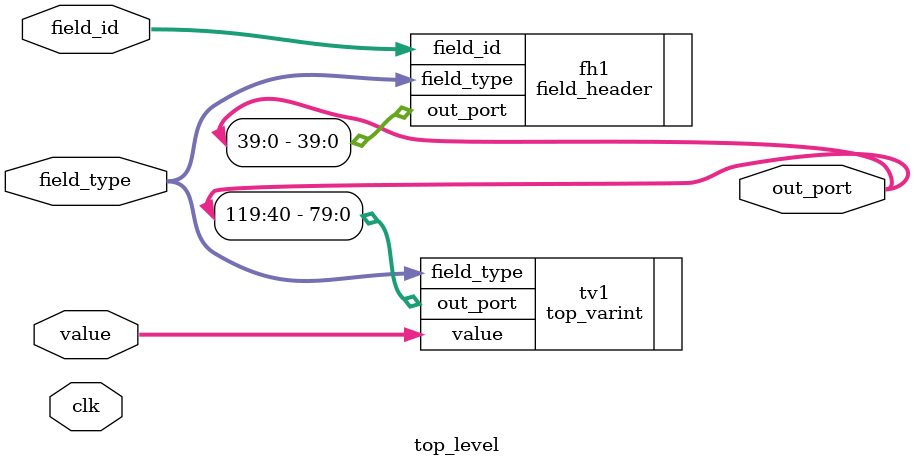
<source format=sv>
module top_level(
    /*** APB3 BUS INTERFACE ***/
	/*
    input PCLK, 				// clock
    input PRESERN, 				// system reset
    input PSEL, 				// peripheral select
    input PENABLE, 				// distinguishes access phase
    output wire PREADY, 		// peripheral ready signal
    output wire PSLVERR,		// error signal
    input PWRITE,				// distinguishes read and write cycles
    input [31:0] PADDR,			// I/O address
    input wire [31:0] PWDATA,	// data from processor to I/O device (32 bits)
    output reg [31:0] PRDATA,	// data to processor from I/O device (32-bits)
	*/

   	input clk,
	input [63:0] value,
	input [4:0] field_type,
	input [28:0] field_id,
	output logic [119:0] out_port

    /*** I/O PORTS DECLARATION ***/	
); 

    // Probably want to change this for more informative interaction with CPU
	/*
    assign PSLVERR = 0;
    assign PREADY = 1;
	*/

    top_varint tv1(
		.value(value),
	  	.field_type(field_type),
	 	.out_port(out_port[119:40])       
	);

	field_header fh1(
		.field_id(field_id),
		.field_type(field_type),
		.out_port(out_port[39:0])
	);


endmodule

</source>
